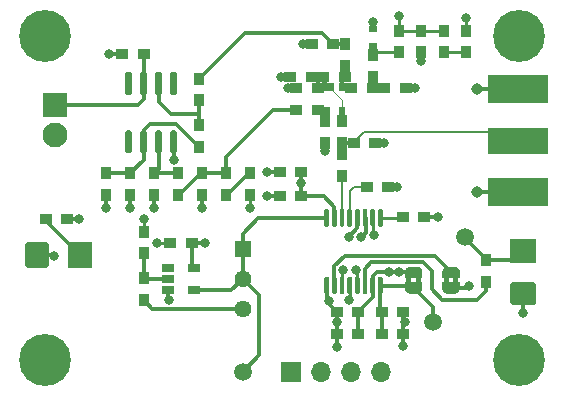
<source format=gbr>
%TF.GenerationSoftware,KiCad,Pcbnew,(5.1.6-0-10_14)*%
%TF.CreationDate,2021-11-26T22:59:46-06:00*%
%TF.ProjectId,EE514 Project,45453531-3420-4507-926f-6a6563742e6b,rev?*%
%TF.SameCoordinates,Original*%
%TF.FileFunction,Copper,L1,Top*%
%TF.FilePolarity,Positive*%
%FSLAX46Y46*%
G04 Gerber Fmt 4.6, Leading zero omitted, Abs format (unit mm)*
G04 Created by KiCad (PCBNEW (5.1.6-0-10_14)) date 2021-11-26 22:59:46*
%MOMM*%
%LPD*%
G01*
G04 APERTURE LIST*
%TA.AperFunction,EtchedComponent*%
%ADD10C,0.100000*%
%TD*%
%TA.AperFunction,ComponentPad*%
%ADD11O,1.700000X1.700000*%
%TD*%
%TA.AperFunction,ComponentPad*%
%ADD12R,1.700000X1.700000*%
%TD*%
%TA.AperFunction,ComponentPad*%
%ADD13C,0.700000*%
%TD*%
%TA.AperFunction,ComponentPad*%
%ADD14C,4.400000*%
%TD*%
%TA.AperFunction,SMDPad,CuDef*%
%ADD15R,2.000000X2.200000*%
%TD*%
%TA.AperFunction,ComponentPad*%
%ADD16C,1.500000*%
%TD*%
%TA.AperFunction,SMDPad,CuDef*%
%ADD17R,1.060000X0.650000*%
%TD*%
%TA.AperFunction,ComponentPad*%
%ADD18R,1.440000X1.440000*%
%TD*%
%TA.AperFunction,ComponentPad*%
%ADD19C,1.440000*%
%TD*%
%TA.AperFunction,SMDPad,CuDef*%
%ADD20R,0.950000X0.975000*%
%TD*%
%TA.AperFunction,SMDPad,CuDef*%
%ADD21R,0.975000X0.950000*%
%TD*%
%TA.AperFunction,SMDPad,CuDef*%
%ADD22R,0.900000X0.800000*%
%TD*%
%TA.AperFunction,SMDPad,CuDef*%
%ADD23R,0.600000X0.800000*%
%TD*%
%TA.AperFunction,SMDPad,CuDef*%
%ADD24C,0.100000*%
%TD*%
%TA.AperFunction,Conductor*%
%ADD25R,0.950000X0.460000*%
%TD*%
%TA.AperFunction,ViaPad*%
%ADD26C,0.970000*%
%TD*%
%TA.AperFunction,SMDPad,CuDef*%
%ADD27R,5.080000X2.420000*%
%TD*%
%TA.AperFunction,SMDPad,CuDef*%
%ADD28R,5.080000X2.290000*%
%TD*%
%TA.AperFunction,ComponentPad*%
%ADD29C,2.100000*%
%TD*%
%TA.AperFunction,ComponentPad*%
%ADD30R,2.100000X2.100000*%
%TD*%
%TA.AperFunction,SMDPad,CuDef*%
%ADD31R,0.700000X0.600000*%
%TD*%
%TA.AperFunction,SMDPad,CuDef*%
%ADD32R,2.200000X2.000000*%
%TD*%
%TA.AperFunction,ViaPad*%
%ADD33C,0.800000*%
%TD*%
%TA.AperFunction,Conductor*%
%ADD34C,0.304800*%
%TD*%
%TA.AperFunction,Conductor*%
%ADD35C,0.355600*%
%TD*%
%TA.AperFunction,Conductor*%
%ADD36C,0.200152*%
%TD*%
%TA.AperFunction,Conductor*%
%ADD37C,0.254000*%
%TD*%
%TA.AperFunction,Conductor*%
%ADD38C,0.101600*%
%TD*%
G04 APERTURE END LIST*
D10*
%TO.C,JP102*%
G36*
X155756000Y-116463000D02*
G01*
X155756000Y-116963000D01*
X155356000Y-116963000D01*
X155356000Y-116463000D01*
X155756000Y-116463000D01*
G37*
G36*
X156556000Y-116463000D02*
G01*
X156556000Y-116963000D01*
X156156000Y-116963000D01*
X156156000Y-116463000D01*
X156556000Y-116463000D01*
G37*
%TO.C,JP101*%
G36*
X159331000Y-116963000D02*
G01*
X159331000Y-116463000D01*
X159731000Y-116463000D01*
X159731000Y-116963000D01*
X159331000Y-116963000D01*
G37*
G36*
X158531000Y-116963000D02*
G01*
X158531000Y-116463000D01*
X158931000Y-116463000D01*
X158931000Y-116963000D01*
X158531000Y-116963000D01*
G37*
%TD*%
D11*
%TO.P,J102,4*%
%TO.N,/LE_PLL*%
X153162000Y-124460000D03*
%TO.P,J102,3*%
%TO.N,/DATA_PLL*%
X150622000Y-124460000D03*
%TO.P,J102,2*%
%TO.N,/CLK_PLL*%
X148082000Y-124460000D03*
D12*
%TO.P,J102,1*%
%TO.N,GND*%
X145542000Y-124460000D03*
%TD*%
D13*
%TO.P,H104,1*%
%TO.N,GND*%
X166012726Y-94845274D03*
X164846000Y-94362000D03*
X163679274Y-94845274D03*
X163196000Y-96012000D03*
X163679274Y-97178726D03*
X164846000Y-97662000D03*
X166012726Y-97178726D03*
X166496000Y-96012000D03*
D14*
X164846000Y-96012000D03*
%TD*%
D13*
%TO.P,H103,1*%
%TO.N,GND*%
X166012726Y-122277274D03*
X164846000Y-121794000D03*
X163679274Y-122277274D03*
X163196000Y-123444000D03*
X163679274Y-124610726D03*
X164846000Y-125094000D03*
X166012726Y-124610726D03*
X166496000Y-123444000D03*
D14*
X164846000Y-123444000D03*
%TD*%
D13*
%TO.P,H102,1*%
%TO.N,GND*%
X125880726Y-122277274D03*
X124714000Y-121794000D03*
X123547274Y-122277274D03*
X123064000Y-123444000D03*
X123547274Y-124610726D03*
X124714000Y-125094000D03*
X125880726Y-124610726D03*
X126364000Y-123444000D03*
D14*
X124714000Y-123444000D03*
%TD*%
D13*
%TO.P,H101,1*%
%TO.N,GND*%
X125880726Y-94845274D03*
X124714000Y-94362000D03*
X123547274Y-94845274D03*
X123064000Y-96012000D03*
X123547274Y-97178726D03*
X124714000Y-97662000D03*
X125880726Y-97178726D03*
X126364000Y-96012000D03*
D14*
X124714000Y-96012000D03*
%TD*%
D15*
%TO.P,D101,2*%
%TO.N,Net-(D101-Pad2)*%
X127679000Y-114564000D03*
%TO.P,D101,1*%
%TO.N,GND*%
%TA.AperFunction,SMDPad,CuDef*%
G36*
G01*
X123079000Y-115464000D02*
X123079000Y-113664000D01*
G75*
G02*
X123279000Y-113464000I200000J0D01*
G01*
X124879000Y-113464000D01*
G75*
G02*
X125079000Y-113664000I0J-200000D01*
G01*
X125079000Y-115464000D01*
G75*
G02*
X124879000Y-115664000I-200000J0D01*
G01*
X123279000Y-115664000D01*
G75*
G02*
X123079000Y-115464000I0J200000D01*
G01*
G37*
%TD.AperFunction*%
%TD*%
D16*
%TO.P,TP201,1*%
%TO.N,/Reference Oscillator/10MHz_REF_OUT*%
X141478000Y-124460000D03*
%TD*%
%TO.P,U401,8*%
%TO.N,Net-(U401-Pad8)*%
%TA.AperFunction,SMDPad,CuDef*%
G36*
G01*
X131976000Y-101043400D02*
X131676000Y-101043400D01*
G75*
G02*
X131526000Y-100893400I0J150000D01*
G01*
X131526000Y-99243400D01*
G75*
G02*
X131676000Y-99093400I150000J0D01*
G01*
X131976000Y-99093400D01*
G75*
G02*
X132126000Y-99243400I0J-150000D01*
G01*
X132126000Y-100893400D01*
G75*
G02*
X131976000Y-101043400I-150000J0D01*
G01*
G37*
%TD.AperFunction*%
%TO.P,U401,7*%
%TO.N,+5V*%
%TA.AperFunction,SMDPad,CuDef*%
G36*
G01*
X133246000Y-101043400D02*
X132946000Y-101043400D01*
G75*
G02*
X132796000Y-100893400I0J150000D01*
G01*
X132796000Y-99243400D01*
G75*
G02*
X132946000Y-99093400I150000J0D01*
G01*
X133246000Y-99093400D01*
G75*
G02*
X133396000Y-99243400I0J-150000D01*
G01*
X133396000Y-100893400D01*
G75*
G02*
X133246000Y-101043400I-150000J0D01*
G01*
G37*
%TD.AperFunction*%
%TO.P,U401,6*%
%TO.N,Net-(C401-Pad1)*%
%TA.AperFunction,SMDPad,CuDef*%
G36*
G01*
X134516000Y-101043400D02*
X134216000Y-101043400D01*
G75*
G02*
X134066000Y-100893400I0J150000D01*
G01*
X134066000Y-99243400D01*
G75*
G02*
X134216000Y-99093400I150000J0D01*
G01*
X134516000Y-99093400D01*
G75*
G02*
X134666000Y-99243400I0J-150000D01*
G01*
X134666000Y-100893400D01*
G75*
G02*
X134516000Y-101043400I-150000J0D01*
G01*
G37*
%TD.AperFunction*%
%TO.P,U401,5*%
%TO.N,Net-(U401-Pad5)*%
%TA.AperFunction,SMDPad,CuDef*%
G36*
G01*
X135786000Y-101043400D02*
X135486000Y-101043400D01*
G75*
G02*
X135336000Y-100893400I0J150000D01*
G01*
X135336000Y-99243400D01*
G75*
G02*
X135486000Y-99093400I150000J0D01*
G01*
X135786000Y-99093400D01*
G75*
G02*
X135936000Y-99243400I0J-150000D01*
G01*
X135936000Y-100893400D01*
G75*
G02*
X135786000Y-101043400I-150000J0D01*
G01*
G37*
%TD.AperFunction*%
%TO.P,U401,4*%
%TO.N,GND*%
%TA.AperFunction,SMDPad,CuDef*%
G36*
G01*
X135786000Y-105993400D02*
X135486000Y-105993400D01*
G75*
G02*
X135336000Y-105843400I0J150000D01*
G01*
X135336000Y-104193400D01*
G75*
G02*
X135486000Y-104043400I150000J0D01*
G01*
X135786000Y-104043400D01*
G75*
G02*
X135936000Y-104193400I0J-150000D01*
G01*
X135936000Y-105843400D01*
G75*
G02*
X135786000Y-105993400I-150000J0D01*
G01*
G37*
%TD.AperFunction*%
%TO.P,U401,3*%
%TO.N,Net-(R404-Pad1)*%
%TA.AperFunction,SMDPad,CuDef*%
G36*
G01*
X134516000Y-105993400D02*
X134216000Y-105993400D01*
G75*
G02*
X134066000Y-105843400I0J150000D01*
G01*
X134066000Y-104193400D01*
G75*
G02*
X134216000Y-104043400I150000J0D01*
G01*
X134516000Y-104043400D01*
G75*
G02*
X134666000Y-104193400I0J-150000D01*
G01*
X134666000Y-105843400D01*
G75*
G02*
X134516000Y-105993400I-150000J0D01*
G01*
G37*
%TD.AperFunction*%
%TO.P,U401,2*%
%TO.N,Net-(C401-Pad2)*%
%TA.AperFunction,SMDPad,CuDef*%
G36*
G01*
X133246000Y-105993400D02*
X132946000Y-105993400D01*
G75*
G02*
X132796000Y-105843400I0J150000D01*
G01*
X132796000Y-104193400D01*
G75*
G02*
X132946000Y-104043400I150000J0D01*
G01*
X133246000Y-104043400D01*
G75*
G02*
X133396000Y-104193400I0J-150000D01*
G01*
X133396000Y-105843400D01*
G75*
G02*
X133246000Y-105993400I-150000J0D01*
G01*
G37*
%TD.AperFunction*%
%TO.P,U401,1*%
%TO.N,Net-(U401-Pad1)*%
%TA.AperFunction,SMDPad,CuDef*%
G36*
G01*
X131976000Y-105993400D02*
X131676000Y-105993400D01*
G75*
G02*
X131526000Y-105843400I0J150000D01*
G01*
X131526000Y-104193400D01*
G75*
G02*
X131676000Y-104043400I150000J0D01*
G01*
X131976000Y-104043400D01*
G75*
G02*
X132126000Y-104193400I0J-150000D01*
G01*
X132126000Y-105843400D01*
G75*
G02*
X131976000Y-105993400I-150000J0D01*
G01*
G37*
%TD.AperFunction*%
%TD*%
D17*
%TO.P,U201,5*%
%TO.N,+5V*%
X137407000Y-115692000D03*
%TO.P,U201,4*%
%TO.N,/Reference Oscillator/10MHz_REF_OUT*%
X137407000Y-117592000D03*
%TO.P,U201,3*%
%TO.N,GND*%
X135207000Y-117592000D03*
%TO.P,U201,2*%
%TO.N,Net-(C201-Pad1)*%
X135207000Y-116642000D03*
%TO.P,U201,1*%
%TO.N,Net-(U201-Pad1)*%
X135207000Y-115692000D03*
%TD*%
%TO.P,U101,16*%
%TO.N,/Vp*%
%TA.AperFunction,SMDPad,CuDef*%
G36*
G01*
X153051000Y-116425000D02*
X153251000Y-116425000D01*
G75*
G02*
X153351000Y-116525000I0J-100000D01*
G01*
X153351000Y-117800000D01*
G75*
G02*
X153251000Y-117900000I-100000J0D01*
G01*
X153051000Y-117900000D01*
G75*
G02*
X152951000Y-117800000I0J100000D01*
G01*
X152951000Y-116525000D01*
G75*
G02*
X153051000Y-116425000I100000J0D01*
G01*
G37*
%TD.AperFunction*%
%TO.P,U101,15*%
%TO.N,+5V*%
%TA.AperFunction,SMDPad,CuDef*%
G36*
G01*
X152401000Y-116425000D02*
X152601000Y-116425000D01*
G75*
G02*
X152701000Y-116525000I0J-100000D01*
G01*
X152701000Y-117800000D01*
G75*
G02*
X152601000Y-117900000I-100000J0D01*
G01*
X152401000Y-117900000D01*
G75*
G02*
X152301000Y-117800000I0J100000D01*
G01*
X152301000Y-116525000D01*
G75*
G02*
X152401000Y-116425000I100000J0D01*
G01*
G37*
%TD.AperFunction*%
%TO.P,U101,14*%
%TO.N,/LOCKED*%
%TA.AperFunction,SMDPad,CuDef*%
G36*
G01*
X151751000Y-116425000D02*
X151951000Y-116425000D01*
G75*
G02*
X152051000Y-116525000I0J-100000D01*
G01*
X152051000Y-117800000D01*
G75*
G02*
X151951000Y-117900000I-100000J0D01*
G01*
X151751000Y-117900000D01*
G75*
G02*
X151651000Y-117800000I0J100000D01*
G01*
X151651000Y-116525000D01*
G75*
G02*
X151751000Y-116425000I100000J0D01*
G01*
G37*
%TD.AperFunction*%
%TO.P,U101,13*%
%TO.N,/LE_PLL*%
%TA.AperFunction,SMDPad,CuDef*%
G36*
G01*
X151101000Y-116425000D02*
X151301000Y-116425000D01*
G75*
G02*
X151401000Y-116525000I0J-100000D01*
G01*
X151401000Y-117800000D01*
G75*
G02*
X151301000Y-117900000I-100000J0D01*
G01*
X151101000Y-117900000D01*
G75*
G02*
X151001000Y-117800000I0J100000D01*
G01*
X151001000Y-116525000D01*
G75*
G02*
X151101000Y-116425000I100000J0D01*
G01*
G37*
%TD.AperFunction*%
%TO.P,U101,12*%
%TO.N,/DATA_PLL*%
%TA.AperFunction,SMDPad,CuDef*%
G36*
G01*
X150451000Y-116425000D02*
X150651000Y-116425000D01*
G75*
G02*
X150751000Y-116525000I0J-100000D01*
G01*
X150751000Y-117800000D01*
G75*
G02*
X150651000Y-117900000I-100000J0D01*
G01*
X150451000Y-117900000D01*
G75*
G02*
X150351000Y-117800000I0J100000D01*
G01*
X150351000Y-116525000D01*
G75*
G02*
X150451000Y-116425000I100000J0D01*
G01*
G37*
%TD.AperFunction*%
%TO.P,U101,11*%
%TO.N,/CLK_PLL*%
%TA.AperFunction,SMDPad,CuDef*%
G36*
G01*
X149801000Y-116425000D02*
X150001000Y-116425000D01*
G75*
G02*
X150101000Y-116525000I0J-100000D01*
G01*
X150101000Y-117800000D01*
G75*
G02*
X150001000Y-117900000I-100000J0D01*
G01*
X149801000Y-117900000D01*
G75*
G02*
X149701000Y-117800000I0J100000D01*
G01*
X149701000Y-116525000D01*
G75*
G02*
X149801000Y-116425000I100000J0D01*
G01*
G37*
%TD.AperFunction*%
%TO.P,U101,10*%
%TO.N,Net-(JP101-Pad2)*%
%TA.AperFunction,SMDPad,CuDef*%
G36*
G01*
X149151000Y-116425000D02*
X149351000Y-116425000D01*
G75*
G02*
X149451000Y-116525000I0J-100000D01*
G01*
X149451000Y-117800000D01*
G75*
G02*
X149351000Y-117900000I-100000J0D01*
G01*
X149151000Y-117900000D01*
G75*
G02*
X149051000Y-117800000I0J100000D01*
G01*
X149051000Y-116525000D01*
G75*
G02*
X149151000Y-116425000I100000J0D01*
G01*
G37*
%TD.AperFunction*%
%TO.P,U101,9*%
%TO.N,GND*%
%TA.AperFunction,SMDPad,CuDef*%
G36*
G01*
X148501000Y-116425000D02*
X148701000Y-116425000D01*
G75*
G02*
X148801000Y-116525000I0J-100000D01*
G01*
X148801000Y-117800000D01*
G75*
G02*
X148701000Y-117900000I-100000J0D01*
G01*
X148501000Y-117900000D01*
G75*
G02*
X148401000Y-117800000I0J100000D01*
G01*
X148401000Y-116525000D01*
G75*
G02*
X148501000Y-116425000I100000J0D01*
G01*
G37*
%TD.AperFunction*%
%TO.P,U101,8*%
%TO.N,/Reference Oscillator/10MHz_REF_OUT*%
%TA.AperFunction,SMDPad,CuDef*%
G36*
G01*
X148501000Y-110700000D02*
X148701000Y-110700000D01*
G75*
G02*
X148801000Y-110800000I0J-100000D01*
G01*
X148801000Y-112075000D01*
G75*
G02*
X148701000Y-112175000I-100000J0D01*
G01*
X148501000Y-112175000D01*
G75*
G02*
X148401000Y-112075000I0J100000D01*
G01*
X148401000Y-110800000D01*
G75*
G02*
X148501000Y-110700000I100000J0D01*
G01*
G37*
%TD.AperFunction*%
%TO.P,U101,7*%
%TO.N,+5V*%
%TA.AperFunction,SMDPad,CuDef*%
G36*
G01*
X149151000Y-110700000D02*
X149351000Y-110700000D01*
G75*
G02*
X149451000Y-110800000I0J-100000D01*
G01*
X149451000Y-112075000D01*
G75*
G02*
X149351000Y-112175000I-100000J0D01*
G01*
X149151000Y-112175000D01*
G75*
G02*
X149051000Y-112075000I0J100000D01*
G01*
X149051000Y-110800000D01*
G75*
G02*
X149151000Y-110700000I100000J0D01*
G01*
G37*
%TD.AperFunction*%
%TO.P,U101,6*%
%TO.N,Net-(C110-Pad2)*%
%TA.AperFunction,SMDPad,CuDef*%
G36*
G01*
X149801000Y-110700000D02*
X150001000Y-110700000D01*
G75*
G02*
X150101000Y-110800000I0J-100000D01*
G01*
X150101000Y-112075000D01*
G75*
G02*
X150001000Y-112175000I-100000J0D01*
G01*
X149801000Y-112175000D01*
G75*
G02*
X149701000Y-112075000I0J100000D01*
G01*
X149701000Y-110800000D01*
G75*
G02*
X149801000Y-110700000I100000J0D01*
G01*
G37*
%TD.AperFunction*%
%TO.P,U101,5*%
%TO.N,Net-(C107-Pad1)*%
%TA.AperFunction,SMDPad,CuDef*%
G36*
G01*
X150451000Y-110700000D02*
X150651000Y-110700000D01*
G75*
G02*
X150751000Y-110800000I0J-100000D01*
G01*
X150751000Y-112075000D01*
G75*
G02*
X150651000Y-112175000I-100000J0D01*
G01*
X150451000Y-112175000D01*
G75*
G02*
X150351000Y-112075000I0J100000D01*
G01*
X150351000Y-110800000D01*
G75*
G02*
X150451000Y-110700000I100000J0D01*
G01*
G37*
%TD.AperFunction*%
%TO.P,U101,4*%
%TO.N,GND*%
%TA.AperFunction,SMDPad,CuDef*%
G36*
G01*
X151101000Y-110700000D02*
X151301000Y-110700000D01*
G75*
G02*
X151401000Y-110800000I0J-100000D01*
G01*
X151401000Y-112075000D01*
G75*
G02*
X151301000Y-112175000I-100000J0D01*
G01*
X151101000Y-112175000D01*
G75*
G02*
X151001000Y-112075000I0J100000D01*
G01*
X151001000Y-110800000D01*
G75*
G02*
X151101000Y-110700000I100000J0D01*
G01*
G37*
%TD.AperFunction*%
%TO.P,U101,3*%
%TA.AperFunction,SMDPad,CuDef*%
G36*
G01*
X151751000Y-110700000D02*
X151951000Y-110700000D01*
G75*
G02*
X152051000Y-110800000I0J-100000D01*
G01*
X152051000Y-112075000D01*
G75*
G02*
X151951000Y-112175000I-100000J0D01*
G01*
X151751000Y-112175000D01*
G75*
G02*
X151651000Y-112075000I0J100000D01*
G01*
X151651000Y-110800000D01*
G75*
G02*
X151751000Y-110700000I100000J0D01*
G01*
G37*
%TD.AperFunction*%
%TO.P,U101,2*%
%TO.N,/CP_OUT*%
%TA.AperFunction,SMDPad,CuDef*%
G36*
G01*
X152401000Y-110700000D02*
X152601000Y-110700000D01*
G75*
G02*
X152701000Y-110800000I0J-100000D01*
G01*
X152701000Y-112075000D01*
G75*
G02*
X152601000Y-112175000I-100000J0D01*
G01*
X152401000Y-112175000D01*
G75*
G02*
X152301000Y-112075000I0J100000D01*
G01*
X152301000Y-110800000D01*
G75*
G02*
X152401000Y-110700000I100000J0D01*
G01*
G37*
%TD.AperFunction*%
%TO.P,U101,1*%
%TO.N,Net-(R103-Pad1)*%
%TA.AperFunction,SMDPad,CuDef*%
G36*
G01*
X153051000Y-110700000D02*
X153251000Y-110700000D01*
G75*
G02*
X153351000Y-110800000I0J-100000D01*
G01*
X153351000Y-112075000D01*
G75*
G02*
X153251000Y-112175000I-100000J0D01*
G01*
X153051000Y-112175000D01*
G75*
G02*
X152951000Y-112075000I0J100000D01*
G01*
X152951000Y-110800000D01*
G75*
G02*
X153051000Y-110700000I100000J0D01*
G01*
G37*
%TD.AperFunction*%
%TD*%
D16*
%TO.P,TP102,1*%
%TO.N,/Vp*%
X157607000Y-120269000D03*
%TD*%
%TO.P,TP101,1*%
%TO.N,Net-(D102-Pad2)*%
X160274000Y-113030000D03*
%TD*%
D18*
%TO.P,RV201,1*%
%TO.N,/Reference Oscillator/10MHz_REF_OUT*%
X141478000Y-114046000D03*
D19*
%TO.P,RV201,2*%
X141478000Y-116586000D03*
%TO.P,RV201,3*%
%TO.N,Net-(R201-Pad1)*%
X141478000Y-119126000D03*
%TD*%
D20*
%TO.P,R407,1*%
%TO.N,+5V*%
X142113000Y-109497500D03*
%TO.P,R407,2*%
%TO.N,Net-(C403-Pad1)*%
X142113000Y-107672500D03*
%TD*%
%TO.P,R406,1*%
%TO.N,+5V*%
X138049000Y-109497500D03*
%TO.P,R406,2*%
%TO.N,/VCO/Bias Regulator/V_BIAS_COLLECTOR*%
X138049000Y-107672500D03*
%TD*%
%TO.P,R405,1*%
%TO.N,/VCO/Bias Regulator/V_BIAS_COLLECTOR*%
X136017000Y-109497500D03*
%TO.P,R405,2*%
%TO.N,Net-(R404-Pad1)*%
X136017000Y-107672500D03*
%TD*%
%TO.P,R404,1*%
%TO.N,Net-(R404-Pad1)*%
X133985000Y-107672500D03*
%TO.P,R404,2*%
%TO.N,GND*%
X133985000Y-109497500D03*
%TD*%
%TO.P,R403,1*%
%TO.N,/VCO/V_BIAS_BASE*%
X137795000Y-99671500D03*
%TO.P,R403,2*%
%TO.N,Net-(C401-Pad1)*%
X137795000Y-101496500D03*
%TD*%
%TO.P,R402,1*%
%TO.N,Net-(C401-Pad2)*%
X129921000Y-107672500D03*
%TO.P,R402,2*%
%TO.N,GND*%
X129921000Y-109497500D03*
%TD*%
%TO.P,R401,1*%
%TO.N,+5V*%
X131953000Y-109497500D03*
%TO.P,R401,2*%
%TO.N,Net-(C401-Pad2)*%
X131953000Y-107672500D03*
%TD*%
D21*
%TO.P,R301,1*%
%TO.N,Net-(C304-Pad2)*%
X147851500Y-100431600D03*
%TO.P,R301,2*%
%TO.N,GND*%
X146026500Y-100431600D03*
%TD*%
D20*
%TO.P,R201,1*%
%TO.N,Net-(R201-Pad1)*%
X133096000Y-118387500D03*
%TO.P,R201,2*%
%TO.N,Net-(C201-Pad1)*%
X133096000Y-116562500D03*
%TD*%
D21*
%TO.P,R106,1*%
%TO.N,/RF_OUT*%
X150877900Y-105079800D03*
%TO.P,R106,2*%
%TO.N,GND*%
X152702900Y-105079800D03*
%TD*%
D20*
%TO.P,R105,1*%
%TO.N,/V_TUNE*%
X154686000Y-97432500D03*
%TO.P,R105,2*%
%TO.N,/CP_OUT*%
X154686000Y-95607500D03*
%TD*%
%TO.P,R104,1*%
%TO.N,/CP_OUT*%
X158496000Y-95607500D03*
%TO.P,R104,2*%
%TO.N,Net-(C109-Pad1)*%
X158496000Y-97432500D03*
%TD*%
D21*
%TO.P,R103,1*%
%TO.N,Net-(R103-Pad1)*%
X155043500Y-111379000D03*
%TO.P,R103,2*%
%TO.N,GND*%
X156868500Y-111379000D03*
%TD*%
D20*
%TO.P,R102,1*%
%TO.N,Net-(D102-Pad2)*%
X162052000Y-115038500D03*
%TO.P,R102,2*%
%TO.N,/LOCKED*%
X162052000Y-116863500D03*
%TD*%
D21*
%TO.P,R101,1*%
%TO.N,Net-(D101-Pad2)*%
X124817500Y-111506000D03*
%TO.P,R101,2*%
%TO.N,+5V*%
X126642500Y-111506000D03*
%TD*%
D22*
%TO.P,Q301,2*%
%TO.N,Net-(C304-Pad2)*%
X148775800Y-100361400D03*
D23*
%TO.P,Q301,1*%
%TO.N,Net-(C302-Pad1)*%
X149925800Y-100361400D03*
%TO.P,Q301,3*%
%TO.N,Net-(C306-Pad2)*%
X148625800Y-102381400D03*
%TO.P,Q301,4*%
%TO.N,Net-(C304-Pad2)*%
X149925800Y-102381400D03*
%TD*%
D21*
%TO.P,L303,1*%
%TO.N,/VCO/Bias Regulator/V_BIAS_COLLECTOR*%
X146026500Y-102311200D03*
%TO.P,L303,2*%
%TO.N,Net-(C306-Pad2)*%
X147851500Y-102311200D03*
%TD*%
D20*
%TO.P,L302,1*%
%TO.N,Net-(C302-Pad1)*%
X150114000Y-98550100D03*
%TO.P,L302,2*%
%TO.N,/VCO/V_BIAS_BASE*%
X150114000Y-96725100D03*
%TD*%
D21*
%TO.P,L301,1*%
%TO.N,Net-(C301-Pad1)*%
X153494100Y-100431600D03*
%TO.P,L301,2*%
%TO.N,GND*%
X155319100Y-100431600D03*
%TD*%
%TA.AperFunction,SMDPad,CuDef*%
D24*
%TO.P,JP102,1*%
%TO.N,+5V*%
G36*
X155206000Y-116563000D02*
G01*
X155206000Y-116063000D01*
X155206602Y-116063000D01*
X155206602Y-116038466D01*
X155211412Y-115989635D01*
X155220984Y-115941510D01*
X155235228Y-115894555D01*
X155254005Y-115849222D01*
X155277136Y-115805949D01*
X155304396Y-115765150D01*
X155335524Y-115727221D01*
X155370221Y-115692524D01*
X155408150Y-115661396D01*
X155448949Y-115634136D01*
X155492222Y-115611005D01*
X155537555Y-115592228D01*
X155584510Y-115577984D01*
X155632635Y-115568412D01*
X155681466Y-115563602D01*
X155706000Y-115563602D01*
X155706000Y-115563000D01*
X156206000Y-115563000D01*
X156206000Y-115563602D01*
X156230534Y-115563602D01*
X156279365Y-115568412D01*
X156327490Y-115577984D01*
X156374445Y-115592228D01*
X156419778Y-115611005D01*
X156463051Y-115634136D01*
X156503850Y-115661396D01*
X156541779Y-115692524D01*
X156576476Y-115727221D01*
X156607604Y-115765150D01*
X156634864Y-115805949D01*
X156657995Y-115849222D01*
X156676772Y-115894555D01*
X156691016Y-115941510D01*
X156700588Y-115989635D01*
X156705398Y-116038466D01*
X156705398Y-116063000D01*
X156706000Y-116063000D01*
X156706000Y-116563000D01*
X155206000Y-116563000D01*
G37*
%TD.AperFunction*%
%TA.AperFunction,SMDPad,CuDef*%
%TO.P,JP102,2*%
%TO.N,/Vp*%
G36*
X156705398Y-117363000D02*
G01*
X156705398Y-117387534D01*
X156700588Y-117436365D01*
X156691016Y-117484490D01*
X156676772Y-117531445D01*
X156657995Y-117576778D01*
X156634864Y-117620051D01*
X156607604Y-117660850D01*
X156576476Y-117698779D01*
X156541779Y-117733476D01*
X156503850Y-117764604D01*
X156463051Y-117791864D01*
X156419778Y-117814995D01*
X156374445Y-117833772D01*
X156327490Y-117848016D01*
X156279365Y-117857588D01*
X156230534Y-117862398D01*
X156206000Y-117862398D01*
X156206000Y-117863000D01*
X155706000Y-117863000D01*
X155706000Y-117862398D01*
X155681466Y-117862398D01*
X155632635Y-117857588D01*
X155584510Y-117848016D01*
X155537555Y-117833772D01*
X155492222Y-117814995D01*
X155448949Y-117791864D01*
X155408150Y-117764604D01*
X155370221Y-117733476D01*
X155335524Y-117698779D01*
X155304396Y-117660850D01*
X155277136Y-117620051D01*
X155254005Y-117576778D01*
X155235228Y-117531445D01*
X155220984Y-117484490D01*
X155211412Y-117436365D01*
X155206602Y-117387534D01*
X155206602Y-117363000D01*
X155206000Y-117363000D01*
X155206000Y-116863000D01*
X156706000Y-116863000D01*
X156706000Y-117363000D01*
X156705398Y-117363000D01*
G37*
%TD.AperFunction*%
%TD*%
%TA.AperFunction,SMDPad,CuDef*%
%TO.P,JP101,1*%
%TO.N,+5V*%
G36*
X159881000Y-116863000D02*
G01*
X159881000Y-117363000D01*
X159880398Y-117363000D01*
X159880398Y-117387534D01*
X159875588Y-117436365D01*
X159866016Y-117484490D01*
X159851772Y-117531445D01*
X159832995Y-117576778D01*
X159809864Y-117620051D01*
X159782604Y-117660850D01*
X159751476Y-117698779D01*
X159716779Y-117733476D01*
X159678850Y-117764604D01*
X159638051Y-117791864D01*
X159594778Y-117814995D01*
X159549445Y-117833772D01*
X159502490Y-117848016D01*
X159454365Y-117857588D01*
X159405534Y-117862398D01*
X159381000Y-117862398D01*
X159381000Y-117863000D01*
X158881000Y-117863000D01*
X158881000Y-117862398D01*
X158856466Y-117862398D01*
X158807635Y-117857588D01*
X158759510Y-117848016D01*
X158712555Y-117833772D01*
X158667222Y-117814995D01*
X158623949Y-117791864D01*
X158583150Y-117764604D01*
X158545221Y-117733476D01*
X158510524Y-117698779D01*
X158479396Y-117660850D01*
X158452136Y-117620051D01*
X158429005Y-117576778D01*
X158410228Y-117531445D01*
X158395984Y-117484490D01*
X158386412Y-117436365D01*
X158381602Y-117387534D01*
X158381602Y-117363000D01*
X158381000Y-117363000D01*
X158381000Y-116863000D01*
X159881000Y-116863000D01*
G37*
%TD.AperFunction*%
%TA.AperFunction,SMDPad,CuDef*%
%TO.P,JP101,2*%
%TO.N,Net-(JP101-Pad2)*%
G36*
X158381602Y-116063000D02*
G01*
X158381602Y-116038466D01*
X158386412Y-115989635D01*
X158395984Y-115941510D01*
X158410228Y-115894555D01*
X158429005Y-115849222D01*
X158452136Y-115805949D01*
X158479396Y-115765150D01*
X158510524Y-115727221D01*
X158545221Y-115692524D01*
X158583150Y-115661396D01*
X158623949Y-115634136D01*
X158667222Y-115611005D01*
X158712555Y-115592228D01*
X158759510Y-115577984D01*
X158807635Y-115568412D01*
X158856466Y-115563602D01*
X158881000Y-115563602D01*
X158881000Y-115563000D01*
X159381000Y-115563000D01*
X159381000Y-115563602D01*
X159405534Y-115563602D01*
X159454365Y-115568412D01*
X159502490Y-115577984D01*
X159549445Y-115592228D01*
X159594778Y-115611005D01*
X159638051Y-115634136D01*
X159678850Y-115661396D01*
X159716779Y-115692524D01*
X159751476Y-115727221D01*
X159782604Y-115765150D01*
X159809864Y-115805949D01*
X159832995Y-115849222D01*
X159851772Y-115894555D01*
X159866016Y-115941510D01*
X159875588Y-115989635D01*
X159880398Y-116038466D01*
X159880398Y-116063000D01*
X159881000Y-116063000D01*
X159881000Y-116563000D01*
X158381000Y-116563000D01*
X158381000Y-116063000D01*
X158381602Y-116063000D01*
G37*
%TD.AperFunction*%
%TD*%
D25*
%TO.N,GND*%
%TO.C,J103*%
X161798000Y-100522000D03*
X161798000Y-109282000D03*
D26*
X161348000Y-100522000D03*
X161348000Y-109282000D03*
D27*
%TD*%
%TO.P,J103,2*%
%TO.N,GND*%
X164788000Y-100522000D03*
%TO.P,J103,2*%
%TO.N,GND*%
X164788000Y-109282000D03*
D28*
%TO.P,J103,1*%
%TO.N,/RF_OUT*%
X164788000Y-104902000D03*
%TD*%
D29*
%TO.P,J101,2*%
%TO.N,GND*%
X125603000Y-104394000D03*
D30*
%TO.P,J101,1*%
%TO.N,+5V*%
X125603000Y-101854000D03*
%TD*%
D31*
%TO.P,D301,1*%
%TO.N,/V_TUNE*%
X152527000Y-96889800D03*
%TO.P,D301,2*%
%TO.N,GND*%
X152527000Y-95489800D03*
%TD*%
D32*
%TO.P,D102,2*%
%TO.N,Net-(D102-Pad2)*%
X165237000Y-114256000D03*
%TO.P,D102,1*%
%TO.N,GND*%
%TA.AperFunction,SMDPad,CuDef*%
G36*
G01*
X166137000Y-118856000D02*
X164337000Y-118856000D01*
G75*
G02*
X164137000Y-118656000I0J200000D01*
G01*
X164137000Y-117056000D01*
G75*
G02*
X164337000Y-116856000I200000J0D01*
G01*
X166137000Y-116856000D01*
G75*
G02*
X166337000Y-117056000I0J-200000D01*
G01*
X166337000Y-118656000D01*
G75*
G02*
X166137000Y-118856000I-200000J0D01*
G01*
G37*
%TD.AperFunction*%
%TD*%
D20*
%TO.P,C403,2*%
%TO.N,/VCO/Bias Regulator/V_BIAS_COLLECTOR*%
X140081000Y-107672500D03*
%TO.P,C403,1*%
%TO.N,Net-(C403-Pad1)*%
X140081000Y-109497500D03*
%TD*%
D21*
%TO.P,C402,2*%
%TO.N,GND*%
X131294500Y-97536000D03*
%TO.P,C402,1*%
%TO.N,+5V*%
X133119500Y-97536000D03*
%TD*%
D20*
%TO.P,C401,2*%
%TO.N,Net-(C401-Pad2)*%
X137795000Y-105433500D03*
%TO.P,C401,1*%
%TO.N,Net-(C401-Pad1)*%
X137795000Y-103608500D03*
%TD*%
%TO.P,C307,2*%
%TO.N,Net-(C304-Pad2)*%
X149936200Y-103252900D03*
%TO.P,C307,1*%
%TO.N,/RF_OUT*%
X149936200Y-105077900D03*
%TD*%
%TO.P,C306,2*%
%TO.N,Net-(C306-Pad2)*%
X148463000Y-103252900D03*
%TO.P,C306,1*%
%TO.N,GND*%
X148463000Y-105077900D03*
%TD*%
D21*
%TO.P,C305,2*%
%TO.N,GND*%
X145493100Y-99491800D03*
%TO.P,C305,1*%
%TO.N,Net-(C304-Pad2)*%
X147318100Y-99491800D03*
%TD*%
%TO.P,C304,2*%
%TO.N,Net-(C304-Pad2)*%
X148289000Y-99491800D03*
%TO.P,C304,1*%
%TO.N,Net-(C302-Pad1)*%
X150114000Y-99491800D03*
%TD*%
%TO.P,C303,2*%
%TO.N,GND*%
X147347300Y-96723200D03*
%TO.P,C303,1*%
%TO.N,/VCO/V_BIAS_BASE*%
X149172300Y-96723200D03*
%TD*%
%TO.P,C302,2*%
%TO.N,Net-(C301-Pad1)*%
X152525100Y-100431600D03*
%TO.P,C302,1*%
%TO.N,Net-(C302-Pad1)*%
X150700100Y-100431600D03*
%TD*%
D20*
%TO.P,C301,2*%
%TO.N,/V_TUNE*%
X152527000Y-97664900D03*
%TO.P,C301,1*%
%TO.N,Net-(C301-Pad1)*%
X152527000Y-99489900D03*
%TD*%
D21*
%TO.P,C202,2*%
%TO.N,GND*%
X135358500Y-113538000D03*
%TO.P,C202,1*%
%TO.N,+5V*%
X137183500Y-113538000D03*
%TD*%
D20*
%TO.P,C201,2*%
%TO.N,GND*%
X133096000Y-112625500D03*
%TO.P,C201,1*%
%TO.N,Net-(C201-Pad1)*%
X133096000Y-114450500D03*
%TD*%
%TO.P,C110,2*%
%TO.N,Net-(C110-Pad2)*%
X149936200Y-107871900D03*
%TO.P,C110,1*%
%TO.N,/RF_OUT*%
X149936200Y-106046900D03*
%TD*%
%TO.P,C109,2*%
%TO.N,GND*%
X160401000Y-95607500D03*
%TO.P,C109,1*%
%TO.N,Net-(C109-Pad1)*%
X160401000Y-97432500D03*
%TD*%
%TO.P,C108,2*%
%TO.N,GND*%
X156591000Y-97432500D03*
%TO.P,C108,1*%
%TO.N,/CP_OUT*%
X156591000Y-95607500D03*
%TD*%
D21*
%TO.P,C107,2*%
%TO.N,GND*%
X153820500Y-108839000D03*
%TO.P,C107,1*%
%TO.N,Net-(C107-Pad1)*%
X151995500Y-108839000D03*
%TD*%
%TO.P,C106,2*%
%TO.N,GND*%
X155090500Y-121285000D03*
%TO.P,C106,1*%
%TO.N,/Vp*%
X153265500Y-121285000D03*
%TD*%
%TO.P,C105,2*%
%TO.N,GND*%
X155090500Y-119380000D03*
%TO.P,C105,1*%
%TO.N,/Vp*%
X153265500Y-119380000D03*
%TD*%
%TO.P,C104,2*%
%TO.N,GND*%
X144629500Y-109601000D03*
%TO.P,C104,1*%
%TO.N,+5V*%
X146454500Y-109601000D03*
%TD*%
%TO.P,C103,2*%
%TO.N,GND*%
X144629500Y-107569000D03*
%TO.P,C103,1*%
%TO.N,+5V*%
X146454500Y-107569000D03*
%TD*%
%TO.P,C102,2*%
%TO.N,GND*%
X149455500Y-119380000D03*
%TO.P,C102,1*%
%TO.N,+5V*%
X151280500Y-119380000D03*
%TD*%
%TO.P,C101,2*%
%TO.N,GND*%
X149455500Y-121285000D03*
%TO.P,C101,1*%
%TO.N,+5V*%
X151280500Y-121285000D03*
%TD*%
D33*
%TO.N,GND*%
X125476000Y-114681000D03*
X129921000Y-110617000D03*
X133985000Y-110617000D03*
X133096000Y-111506000D03*
X134239000Y-113538000D03*
X135255000Y-118373600D03*
X135636000Y-106553000D03*
X130175000Y-97536000D03*
X143510000Y-107569000D03*
X143510000Y-109601000D03*
X149479000Y-120269000D03*
X148809000Y-118491000D03*
X155194000Y-120269000D03*
X155090490Y-122324490D03*
X149455500Y-122404502D03*
X165227000Y-119507000D03*
X157988000Y-111379000D03*
X150495000Y-113030000D03*
X151537048Y-113044421D03*
X154584398Y-108839000D03*
X153441400Y-105079800D03*
X148463000Y-105816400D03*
X145288000Y-100431600D03*
X144754600Y-99491800D03*
X146608800Y-96723200D03*
X152527000Y-94894400D03*
X156057600Y-100431600D03*
X156591000Y-98171000D03*
X160426400Y-94488000D03*
%TO.N,+5V*%
X131953000Y-110617000D03*
X138049000Y-110617000D03*
X127635000Y-111506000D03*
X138303000Y-113538000D03*
X154701000Y-116063000D03*
X153885026Y-116063006D03*
X160655000Y-117221008D03*
X142113000Y-110617000D03*
X146454500Y-108481492D03*
%TO.N,/LE_PLL*%
X151098590Y-115820163D03*
%TO.N,/DATA_PLL*%
X150495000Y-118364000D03*
%TO.N,/CLK_PLL*%
X150019228Y-115839828D03*
%TO.N,/CP_OUT*%
X154686000Y-94361000D03*
X152630074Y-112934900D03*
%TD*%
D34*
%TO.N,GND*%
X125359000Y-114564000D02*
X125476000Y-114681000D01*
X124079000Y-114564000D02*
X125359000Y-114564000D01*
X129921000Y-109497500D02*
X129921000Y-110617000D01*
X133985000Y-109497500D02*
X133985000Y-110617000D01*
X135207000Y-118325600D02*
X135255000Y-118373600D01*
X135207000Y-117592000D02*
X135207000Y-118325600D01*
X135636000Y-105018400D02*
X135636000Y-106553000D01*
D35*
X131294500Y-97536000D02*
X130175000Y-97536000D01*
X144629500Y-107569000D02*
X143510000Y-107569000D01*
X144629500Y-109601000D02*
X143510000Y-109601000D01*
X149455500Y-120245500D02*
X149479000Y-120269000D01*
X149455500Y-119380000D02*
X149455500Y-120245500D01*
X148601000Y-118283000D02*
X148809000Y-118491000D01*
X148601000Y-117162500D02*
X148601000Y-118283000D01*
X148809000Y-118733500D02*
X148809000Y-118491000D01*
X149455500Y-119380000D02*
X148809000Y-118733500D01*
X149455500Y-120292500D02*
X149479000Y-120269000D01*
X149455500Y-121285000D02*
X149455500Y-120292500D01*
X155090500Y-120165500D02*
X155194000Y-120269000D01*
X155090500Y-119380000D02*
X155090500Y-120165500D01*
X155090500Y-120372500D02*
X155194000Y-120269000D01*
X155090500Y-121285000D02*
X155090500Y-120372500D01*
X155090500Y-121285000D02*
X155090500Y-122324480D01*
X155090500Y-122324480D02*
X155090490Y-122324490D01*
X149455500Y-121285000D02*
X149455500Y-122404502D01*
X165237000Y-119497000D02*
X165227000Y-119507000D01*
X165237000Y-117856000D02*
X165237000Y-119497000D01*
X156868500Y-111379000D02*
X157988000Y-111379000D01*
X151201000Y-111437500D02*
X151201000Y-112324000D01*
X151201000Y-112324000D02*
X150495000Y-113030000D01*
X151892000Y-112689469D02*
X151537048Y-113044421D01*
X151851000Y-111437500D02*
X151892000Y-111478500D01*
X151892000Y-111478500D02*
X151892000Y-112689469D01*
D36*
X153820500Y-108839000D02*
X154584398Y-108839000D01*
D35*
X156591000Y-97432500D02*
X156591000Y-98171000D01*
D37*
X160401000Y-94513400D02*
X160426400Y-94488000D01*
X160401000Y-95607500D02*
X160401000Y-94513400D01*
X152702900Y-105079800D02*
X153441400Y-105079800D01*
X148463000Y-105077900D02*
X148463000Y-105816400D01*
X146026500Y-100431600D02*
X145288000Y-100431600D01*
X145493100Y-99491800D02*
X144754600Y-99491800D01*
D35*
X155319100Y-100431600D02*
X156057600Y-100431600D01*
D37*
X147347300Y-96723200D02*
X146608800Y-96723200D01*
X164788000Y-109282000D02*
X161348000Y-109282000D01*
X164788000Y-100522000D02*
X161348000Y-100522000D01*
X133096000Y-112625500D02*
X133096000Y-111506000D01*
X135358500Y-113538000D02*
X134239000Y-113538000D01*
X152527000Y-94894400D02*
X152527000Y-95489800D01*
D34*
%TO.N,+5V*%
X137183500Y-115468500D02*
X137407000Y-115692000D01*
X137183500Y-113538000D02*
X137183500Y-115468500D01*
X146454500Y-107569000D02*
X146454500Y-109601000D01*
X149251000Y-110516000D02*
X148336000Y-109601000D01*
X148336000Y-109601000D02*
X146454500Y-109601000D01*
X149251000Y-111437500D02*
X149251000Y-110516000D01*
X151280500Y-121285000D02*
X151280500Y-119380000D01*
X152501000Y-118159500D02*
X151280500Y-119380000D01*
X152501000Y-117162500D02*
X152501000Y-118159500D01*
X131953000Y-109497500D02*
X131953000Y-110617000D01*
X138049000Y-109497500D02*
X138049000Y-110617000D01*
X126642500Y-111506000D02*
X127635000Y-111506000D01*
X137183500Y-113538000D02*
X138303000Y-113538000D01*
D35*
X133096000Y-101346000D02*
X133096000Y-100068400D01*
X132588000Y-101854000D02*
X133096000Y-101346000D01*
X125603000Y-101854000D02*
X132588000Y-101854000D01*
X133119500Y-100044900D02*
X133096000Y-100068400D01*
X133119500Y-97536000D02*
X133119500Y-100044900D01*
X154701000Y-116063000D02*
X153885024Y-116063000D01*
X153885024Y-116063000D02*
X153885026Y-116063002D01*
X152501000Y-116399272D02*
X152853082Y-116047190D01*
X153869210Y-116047190D02*
X153885026Y-116063006D01*
X155956000Y-116063000D02*
X153885024Y-116063000D01*
X152501000Y-117162500D02*
X152501000Y-116399272D01*
X153885026Y-116063002D02*
X153885026Y-116063006D01*
X152853082Y-116047190D02*
X153869210Y-116047190D01*
X159131000Y-117363000D02*
X160513008Y-117363000D01*
X160513008Y-117363000D02*
X160655000Y-117221008D01*
D37*
X142113000Y-109497500D02*
X142113000Y-110617000D01*
D34*
X146454500Y-107569000D02*
X146454500Y-108481492D01*
D36*
%TO.N,Net-(C107-Pad1)*%
X150551000Y-111437500D02*
X150551000Y-109164000D01*
X150876000Y-108839000D02*
X151995500Y-108839000D01*
X150551000Y-109164000D02*
X150876000Y-108839000D01*
D37*
%TO.N,Net-(C109-Pad1)*%
X160401000Y-97432500D02*
X158496000Y-97432500D01*
D36*
%TO.N,Net-(C110-Pad2)*%
X149901000Y-107907100D02*
X149936200Y-107871900D01*
X149901000Y-111437500D02*
X149901000Y-107907100D01*
D34*
%TO.N,/RF_OUT*%
X149936200Y-105077900D02*
X149936200Y-106046900D01*
X149938100Y-105079800D02*
X149936200Y-105077900D01*
X150877900Y-105079800D02*
X149938100Y-105079800D01*
%TO.N,Net-(C201-Pad1)*%
X133175500Y-116642000D02*
X133096000Y-116562500D01*
X135207000Y-116642000D02*
X133175500Y-116642000D01*
X133096000Y-114450500D02*
X133096000Y-116562500D01*
%TO.N,/V_TUNE*%
X152527000Y-96889800D02*
X152527000Y-97664900D01*
%TO.N,Net-(C301-Pad1)*%
X152527000Y-100429700D02*
X152525100Y-100431600D01*
X152527000Y-99489900D02*
X152527000Y-100429700D01*
X153494100Y-100431600D02*
X152525100Y-100431600D01*
%TO.N,Net-(C302-Pad1)*%
X150114000Y-98550100D02*
X150114000Y-99491800D01*
X149925800Y-99680000D02*
X150114000Y-99491800D01*
X149925800Y-100361400D02*
X149925800Y-99680000D01*
X149996000Y-100431600D02*
X149925800Y-100361400D01*
X150700100Y-100431600D02*
X149996000Y-100431600D01*
%TO.N,/VCO/V_BIAS_BASE*%
X150112100Y-96723200D02*
X150114000Y-96725100D01*
X149172300Y-96723200D02*
X150112100Y-96723200D01*
X139422500Y-98044000D02*
X137795000Y-99671500D01*
X149172300Y-96723200D02*
X148207100Y-95758000D01*
X141708500Y-95758000D02*
X139422500Y-98044000D01*
X148207100Y-95758000D02*
X141708500Y-95758000D01*
%TO.N,Net-(C304-Pad2)*%
X148289000Y-99874600D02*
X148775800Y-100361400D01*
X148289000Y-99491800D02*
X148289000Y-99874600D01*
X147851500Y-99929300D02*
X148289000Y-99491800D01*
X147851500Y-100431600D02*
X147851500Y-99929300D01*
X147318100Y-99491800D02*
X148289000Y-99491800D01*
X149925800Y-103242500D02*
X149936200Y-103252900D01*
X149925800Y-102381400D02*
X149925800Y-103242500D01*
D38*
X149925800Y-101488000D02*
X149925800Y-102381400D01*
X148799200Y-100361400D02*
X149925800Y-101488000D01*
X148775800Y-100361400D02*
X148799200Y-100361400D01*
D34*
%TO.N,Net-(C306-Pad2)*%
X148555600Y-102311200D02*
X148625800Y-102381400D01*
X147851500Y-102311200D02*
X148555600Y-102311200D01*
X148463000Y-102544200D02*
X148625800Y-102381400D01*
X148463000Y-103252900D02*
X148463000Y-102544200D01*
%TO.N,Net-(C401-Pad2)*%
X129921000Y-107672500D02*
X131953000Y-107672500D01*
X133096000Y-106529500D02*
X131953000Y-107672500D01*
X133096000Y-105018400D02*
X133096000Y-106529500D01*
X133634400Y-103505000D02*
X135866500Y-103505000D01*
X135866500Y-103505000D02*
X137795000Y-105433500D01*
X133096000Y-104043400D02*
X133634400Y-103505000D01*
X133096000Y-105018400D02*
X133096000Y-104043400D01*
%TO.N,Net-(C401-Pad1)*%
X137795000Y-102616000D02*
X137795000Y-101496500D01*
X137795000Y-103608500D02*
X137795000Y-102616000D01*
X135382000Y-102616000D02*
X137795000Y-102616000D01*
X134366000Y-101600000D02*
X135382000Y-102616000D01*
X134366000Y-100068400D02*
X134366000Y-101600000D01*
%TO.N,/VCO/Bias Regulator/V_BIAS_COLLECTOR*%
X137945500Y-107672500D02*
X138049000Y-107672500D01*
X136120500Y-109497500D02*
X137945500Y-107672500D01*
X136017000Y-109497500D02*
X136120500Y-109497500D01*
X140081000Y-107672500D02*
X138049000Y-107672500D01*
X140081000Y-107672500D02*
X140081000Y-106299000D01*
X144068800Y-102311200D02*
X141668500Y-104711500D01*
X146026500Y-102311200D02*
X144068800Y-102311200D01*
X141668500Y-104711500D02*
X141782800Y-104597200D01*
X140081000Y-106299000D02*
X141668500Y-104711500D01*
%TO.N,Net-(C403-Pad1)*%
X142009500Y-107672500D02*
X142113000Y-107672500D01*
X140184500Y-109497500D02*
X142009500Y-107672500D01*
X140081000Y-109497500D02*
X140184500Y-109497500D01*
%TO.N,Net-(D101-Pad2)*%
X124817500Y-111702500D02*
X127679000Y-114564000D01*
X124817500Y-111506000D02*
X124817500Y-111702500D01*
%TO.N,Net-(D102-Pad2)*%
X164454500Y-115038500D02*
X165237000Y-114256000D01*
X162052000Y-115038500D02*
X164454500Y-115038500D01*
X165281000Y-114300000D02*
X165237000Y-114256000D01*
X160274000Y-113157000D02*
X160274000Y-113030000D01*
X162052000Y-114935000D02*
X160274000Y-113157000D01*
X162052000Y-115038500D02*
X162052000Y-114935000D01*
D37*
%TO.N,/LE_PLL*%
X151201000Y-115922573D02*
X151098590Y-115820163D01*
X151201000Y-117162500D02*
X151201000Y-115922573D01*
%TO.N,/DATA_PLL*%
X150551000Y-118308000D02*
X150495000Y-118364000D01*
X150551000Y-117162500D02*
X150551000Y-118308000D01*
%TO.N,/CLK_PLL*%
X149901000Y-115958056D02*
X150019228Y-115839828D01*
X149901000Y-117162500D02*
X149901000Y-115958056D01*
D34*
%TO.N,Net-(JP101-Pad2)*%
X149251000Y-115544000D02*
X149251000Y-117162500D01*
X150114000Y-114681000D02*
X149251000Y-115544000D01*
X157749000Y-114681000D02*
X150114000Y-114681000D01*
X159131000Y-116063000D02*
X157749000Y-114681000D01*
%TO.N,/LOCKED*%
X162028500Y-116840000D02*
X162052000Y-116863500D01*
X157480000Y-117475000D02*
X158369000Y-118364000D01*
X157480000Y-115951000D02*
X157480000Y-117475000D01*
X151851000Y-117162500D02*
X151851000Y-115738000D01*
X152378413Y-115210587D02*
X156739587Y-115210587D01*
X151851000Y-115738000D02*
X152378413Y-115210587D01*
X158369000Y-118364000D02*
X161343800Y-118364000D01*
X156739587Y-115210587D02*
X157480000Y-115951000D01*
X161343800Y-118364000D02*
X162052000Y-117655800D01*
X162052000Y-117655800D02*
X162052000Y-116863500D01*
D37*
%TO.N,Net-(R103-Pad1)*%
X154985000Y-111437500D02*
X155043500Y-111379000D01*
X153151000Y-111437500D02*
X154985000Y-111437500D01*
D34*
%TO.N,Net-(R201-Pad1)*%
X133834500Y-119126000D02*
X133096000Y-118387500D01*
X141478000Y-119126000D02*
X133834500Y-119126000D01*
%TO.N,Net-(R404-Pad1)*%
X133985000Y-107672500D02*
X136017000Y-107672500D01*
X134366000Y-107291500D02*
X133985000Y-107672500D01*
X134366000Y-105018400D02*
X134366000Y-107291500D01*
%TO.N,/Reference Oscillator/10MHz_REF_OUT*%
X140472000Y-117592000D02*
X141478000Y-116586000D01*
X137407000Y-117592000D02*
X140472000Y-117592000D01*
X141478000Y-114046000D02*
X141478000Y-116586000D01*
X148542500Y-111379000D02*
X148601000Y-111437500D01*
X142875000Y-117983000D02*
X141478000Y-116586000D01*
X142875000Y-123063000D02*
X142875000Y-117983000D01*
X141478000Y-124460000D02*
X142875000Y-123063000D01*
X141478000Y-114046000D02*
X141478000Y-112776000D01*
X142816500Y-111437500D02*
X148601000Y-111437500D01*
X141478000Y-112776000D02*
X142816500Y-111437500D01*
%TO.N,/Vp*%
X153265500Y-121285000D02*
X153265500Y-119380000D01*
X153151000Y-119265500D02*
X153265500Y-119380000D01*
X153151000Y-117162500D02*
X153151000Y-119265500D01*
X157607000Y-119014000D02*
X155956000Y-117363000D01*
X157607000Y-120269000D02*
X157607000Y-119014000D01*
D35*
X153209500Y-117221000D02*
X155814000Y-117221000D01*
X155814000Y-117221000D02*
X155956000Y-117363000D01*
X153151000Y-117162500D02*
X153209500Y-117221000D01*
D37*
%TO.N,/CP_OUT*%
X154686000Y-94361000D02*
X154686000Y-95607500D01*
X158496000Y-95607500D02*
X156591000Y-95607500D01*
X154686000Y-95607500D02*
X156591000Y-95607500D01*
X152501000Y-111437500D02*
X152501000Y-112805826D01*
X152501000Y-112805826D02*
X152630074Y-112934900D01*
D36*
%TO.N,/RF_OUT*%
X150877900Y-105079800D02*
X150877900Y-105027100D01*
X164026000Y-104140000D02*
X164788000Y-104902000D01*
X151765000Y-104140000D02*
X164026000Y-104140000D01*
X150877900Y-105027100D02*
X151765000Y-104140000D01*
D37*
%TO.N,/V_TUNE*%
X152759400Y-97432500D02*
X152527000Y-97664900D01*
X154686000Y-97432500D02*
X152759400Y-97432500D01*
%TD*%
M02*

</source>
